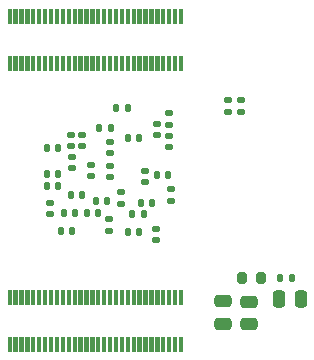
<source format=gbr>
%TF.GenerationSoftware,KiCad,Pcbnew,8.0.4-8.0.4-0~ubuntu20.04.1*%
%TF.CreationDate,2024-10-25T22:34:00+02:00*%
%TF.ProjectId,home_auto,686f6d65-5f61-4757-946f-2e6b69636164,rev?*%
%TF.SameCoordinates,Original*%
%TF.FileFunction,Paste,Bot*%
%TF.FilePolarity,Positive*%
%FSLAX46Y46*%
G04 Gerber Fmt 4.6, Leading zero omitted, Abs format (unit mm)*
G04 Created by KiCad (PCBNEW 8.0.4-8.0.4-0~ubuntu20.04.1) date 2024-10-25 22:34:00*
%MOMM*%
%LPD*%
G01*
G04 APERTURE LIST*
G04 Aperture macros list*
%AMRoundRect*
0 Rectangle with rounded corners*
0 $1 Rounding radius*
0 $2 $3 $4 $5 $6 $7 $8 $9 X,Y pos of 4 corners*
0 Add a 4 corners polygon primitive as box body*
4,1,4,$2,$3,$4,$5,$6,$7,$8,$9,$2,$3,0*
0 Add four circle primitives for the rounded corners*
1,1,$1+$1,$2,$3*
1,1,$1+$1,$4,$5*
1,1,$1+$1,$6,$7*
1,1,$1+$1,$8,$9*
0 Add four rect primitives between the rounded corners*
20,1,$1+$1,$2,$3,$4,$5,0*
20,1,$1+$1,$4,$5,$6,$7,0*
20,1,$1+$1,$6,$7,$8,$9,0*
20,1,$1+$1,$8,$9,$2,$3,0*%
G04 Aperture macros list end*
%ADD10C,0.010000*%
%ADD11RoundRect,0.140000X0.140000X0.170000X-0.140000X0.170000X-0.140000X-0.170000X0.140000X-0.170000X0*%
%ADD12RoundRect,0.250000X0.250000X0.475000X-0.250000X0.475000X-0.250000X-0.475000X0.250000X-0.475000X0*%
%ADD13RoundRect,0.140000X0.170000X-0.140000X0.170000X0.140000X-0.170000X0.140000X-0.170000X-0.140000X0*%
%ADD14RoundRect,0.140000X-0.140000X-0.170000X0.140000X-0.170000X0.140000X0.170000X-0.140000X0.170000X0*%
%ADD15RoundRect,0.135000X0.185000X-0.135000X0.185000X0.135000X-0.185000X0.135000X-0.185000X-0.135000X0*%
%ADD16RoundRect,0.135000X-0.135000X-0.185000X0.135000X-0.185000X0.135000X0.185000X-0.135000X0.185000X0*%
%ADD17RoundRect,0.140000X-0.170000X0.140000X-0.170000X-0.140000X0.170000X-0.140000X0.170000X0.140000X0*%
%ADD18RoundRect,0.250000X0.475000X-0.250000X0.475000X0.250000X-0.475000X0.250000X-0.475000X-0.250000X0*%
%ADD19RoundRect,0.135000X-0.185000X0.135000X-0.185000X-0.135000X0.185000X-0.135000X0.185000X0.135000X0*%
%ADD20RoundRect,0.200000X0.200000X0.275000X-0.200000X0.275000X-0.200000X-0.275000X0.200000X-0.275000X0*%
G04 APERTURE END LIST*
D10*
%TO.C,J1*%
X83615000Y-85425000D02*
X83335000Y-85425000D01*
X83335000Y-84225000D01*
X83615000Y-84225000D01*
X83615000Y-85425000D01*
G36*
X83615000Y-85425000D02*
G01*
X83335000Y-85425000D01*
X83335000Y-84225000D01*
X83615000Y-84225000D01*
X83615000Y-85425000D01*
G37*
X83615000Y-89425000D02*
X83335000Y-89425000D01*
X83335000Y-88225000D01*
X83615000Y-88225000D01*
X83615000Y-89425000D01*
G36*
X83615000Y-89425000D02*
G01*
X83335000Y-89425000D01*
X83335000Y-88225000D01*
X83615000Y-88225000D01*
X83615000Y-89425000D01*
G37*
X84115000Y-85425000D02*
X83835000Y-85425000D01*
X83835000Y-84225000D01*
X84115000Y-84225000D01*
X84115000Y-85425000D01*
G36*
X84115000Y-85425000D02*
G01*
X83835000Y-85425000D01*
X83835000Y-84225000D01*
X84115000Y-84225000D01*
X84115000Y-85425000D01*
G37*
X84115000Y-89425000D02*
X83835000Y-89425000D01*
X83835000Y-88225000D01*
X84115000Y-88225000D01*
X84115000Y-89425000D01*
G36*
X84115000Y-89425000D02*
G01*
X83835000Y-89425000D01*
X83835000Y-88225000D01*
X84115000Y-88225000D01*
X84115000Y-89425000D01*
G37*
X84615000Y-85425000D02*
X84335000Y-85425000D01*
X84335000Y-84225000D01*
X84615000Y-84225000D01*
X84615000Y-85425000D01*
G36*
X84615000Y-85425000D02*
G01*
X84335000Y-85425000D01*
X84335000Y-84225000D01*
X84615000Y-84225000D01*
X84615000Y-85425000D01*
G37*
X84615000Y-89425000D02*
X84335000Y-89425000D01*
X84335000Y-88225000D01*
X84615000Y-88225000D01*
X84615000Y-89425000D01*
G36*
X84615000Y-89425000D02*
G01*
X84335000Y-89425000D01*
X84335000Y-88225000D01*
X84615000Y-88225000D01*
X84615000Y-89425000D01*
G37*
X85115000Y-85425000D02*
X84835000Y-85425000D01*
X84835000Y-84225000D01*
X85115000Y-84225000D01*
X85115000Y-85425000D01*
G36*
X85115000Y-85425000D02*
G01*
X84835000Y-85425000D01*
X84835000Y-84225000D01*
X85115000Y-84225000D01*
X85115000Y-85425000D01*
G37*
X85115000Y-89425000D02*
X84835000Y-89425000D01*
X84835000Y-88225000D01*
X85115000Y-88225000D01*
X85115000Y-89425000D01*
G36*
X85115000Y-89425000D02*
G01*
X84835000Y-89425000D01*
X84835000Y-88225000D01*
X85115000Y-88225000D01*
X85115000Y-89425000D01*
G37*
X85615000Y-85425000D02*
X85335000Y-85425000D01*
X85335000Y-84225000D01*
X85615000Y-84225000D01*
X85615000Y-85425000D01*
G36*
X85615000Y-85425000D02*
G01*
X85335000Y-85425000D01*
X85335000Y-84225000D01*
X85615000Y-84225000D01*
X85615000Y-85425000D01*
G37*
X85615000Y-89425000D02*
X85335000Y-89425000D01*
X85335000Y-88225000D01*
X85615000Y-88225000D01*
X85615000Y-89425000D01*
G36*
X85615000Y-89425000D02*
G01*
X85335000Y-89425000D01*
X85335000Y-88225000D01*
X85615000Y-88225000D01*
X85615000Y-89425000D01*
G37*
X86115000Y-85425000D02*
X85835000Y-85425000D01*
X85835000Y-84225000D01*
X86115000Y-84225000D01*
X86115000Y-85425000D01*
G36*
X86115000Y-85425000D02*
G01*
X85835000Y-85425000D01*
X85835000Y-84225000D01*
X86115000Y-84225000D01*
X86115000Y-85425000D01*
G37*
X86115000Y-89425000D02*
X85835000Y-89425000D01*
X85835000Y-88225000D01*
X86115000Y-88225000D01*
X86115000Y-89425000D01*
G36*
X86115000Y-89425000D02*
G01*
X85835000Y-89425000D01*
X85835000Y-88225000D01*
X86115000Y-88225000D01*
X86115000Y-89425000D01*
G37*
X86615000Y-85425000D02*
X86335000Y-85425000D01*
X86335000Y-84225000D01*
X86615000Y-84225000D01*
X86615000Y-85425000D01*
G36*
X86615000Y-85425000D02*
G01*
X86335000Y-85425000D01*
X86335000Y-84225000D01*
X86615000Y-84225000D01*
X86615000Y-85425000D01*
G37*
X86615000Y-89425000D02*
X86335000Y-89425000D01*
X86335000Y-88225000D01*
X86615000Y-88225000D01*
X86615000Y-89425000D01*
G36*
X86615000Y-89425000D02*
G01*
X86335000Y-89425000D01*
X86335000Y-88225000D01*
X86615000Y-88225000D01*
X86615000Y-89425000D01*
G37*
X87115000Y-85425000D02*
X86835000Y-85425000D01*
X86835000Y-84225000D01*
X87115000Y-84225000D01*
X87115000Y-85425000D01*
G36*
X87115000Y-85425000D02*
G01*
X86835000Y-85425000D01*
X86835000Y-84225000D01*
X87115000Y-84225000D01*
X87115000Y-85425000D01*
G37*
X87115000Y-89425000D02*
X86835000Y-89425000D01*
X86835000Y-88225000D01*
X87115000Y-88225000D01*
X87115000Y-89425000D01*
G36*
X87115000Y-89425000D02*
G01*
X86835000Y-89425000D01*
X86835000Y-88225000D01*
X87115000Y-88225000D01*
X87115000Y-89425000D01*
G37*
X87615000Y-85425000D02*
X87335000Y-85425000D01*
X87335000Y-84225000D01*
X87615000Y-84225000D01*
X87615000Y-85425000D01*
G36*
X87615000Y-85425000D02*
G01*
X87335000Y-85425000D01*
X87335000Y-84225000D01*
X87615000Y-84225000D01*
X87615000Y-85425000D01*
G37*
X87615000Y-89425000D02*
X87335000Y-89425000D01*
X87335000Y-88225000D01*
X87615000Y-88225000D01*
X87615000Y-89425000D01*
G36*
X87615000Y-89425000D02*
G01*
X87335000Y-89425000D01*
X87335000Y-88225000D01*
X87615000Y-88225000D01*
X87615000Y-89425000D01*
G37*
X88115000Y-85425000D02*
X87835000Y-85425000D01*
X87835000Y-84225000D01*
X88115000Y-84225000D01*
X88115000Y-85425000D01*
G36*
X88115000Y-85425000D02*
G01*
X87835000Y-85425000D01*
X87835000Y-84225000D01*
X88115000Y-84225000D01*
X88115000Y-85425000D01*
G37*
X88115000Y-89425000D02*
X87835000Y-89425000D01*
X87835000Y-88225000D01*
X88115000Y-88225000D01*
X88115000Y-89425000D01*
G36*
X88115000Y-89425000D02*
G01*
X87835000Y-89425000D01*
X87835000Y-88225000D01*
X88115000Y-88225000D01*
X88115000Y-89425000D01*
G37*
X88615000Y-85425000D02*
X88335000Y-85425000D01*
X88335000Y-84225000D01*
X88615000Y-84225000D01*
X88615000Y-85425000D01*
G36*
X88615000Y-85425000D02*
G01*
X88335000Y-85425000D01*
X88335000Y-84225000D01*
X88615000Y-84225000D01*
X88615000Y-85425000D01*
G37*
X88615000Y-89425000D02*
X88335000Y-89425000D01*
X88335000Y-88225000D01*
X88615000Y-88225000D01*
X88615000Y-89425000D01*
G36*
X88615000Y-89425000D02*
G01*
X88335000Y-89425000D01*
X88335000Y-88225000D01*
X88615000Y-88225000D01*
X88615000Y-89425000D01*
G37*
X89115000Y-85425000D02*
X88835000Y-85425000D01*
X88835000Y-84225000D01*
X89115000Y-84225000D01*
X89115000Y-85425000D01*
G36*
X89115000Y-85425000D02*
G01*
X88835000Y-85425000D01*
X88835000Y-84225000D01*
X89115000Y-84225000D01*
X89115000Y-85425000D01*
G37*
X89115000Y-89425000D02*
X88835000Y-89425000D01*
X88835000Y-88225000D01*
X89115000Y-88225000D01*
X89115000Y-89425000D01*
G36*
X89115000Y-89425000D02*
G01*
X88835000Y-89425000D01*
X88835000Y-88225000D01*
X89115000Y-88225000D01*
X89115000Y-89425000D01*
G37*
X89615000Y-85425000D02*
X89335000Y-85425000D01*
X89335000Y-84225000D01*
X89615000Y-84225000D01*
X89615000Y-85425000D01*
G36*
X89615000Y-85425000D02*
G01*
X89335000Y-85425000D01*
X89335000Y-84225000D01*
X89615000Y-84225000D01*
X89615000Y-85425000D01*
G37*
X89615000Y-89425000D02*
X89335000Y-89425000D01*
X89335000Y-88225000D01*
X89615000Y-88225000D01*
X89615000Y-89425000D01*
G36*
X89615000Y-89425000D02*
G01*
X89335000Y-89425000D01*
X89335000Y-88225000D01*
X89615000Y-88225000D01*
X89615000Y-89425000D01*
G37*
X90115000Y-85425000D02*
X89835000Y-85425000D01*
X89835000Y-84225000D01*
X90115000Y-84225000D01*
X90115000Y-85425000D01*
G36*
X90115000Y-85425000D02*
G01*
X89835000Y-85425000D01*
X89835000Y-84225000D01*
X90115000Y-84225000D01*
X90115000Y-85425000D01*
G37*
X90115000Y-89425000D02*
X89835000Y-89425000D01*
X89835000Y-88225000D01*
X90115000Y-88225000D01*
X90115000Y-89425000D01*
G36*
X90115000Y-89425000D02*
G01*
X89835000Y-89425000D01*
X89835000Y-88225000D01*
X90115000Y-88225000D01*
X90115000Y-89425000D01*
G37*
X90615000Y-85425000D02*
X90335000Y-85425000D01*
X90335000Y-84225000D01*
X90615000Y-84225000D01*
X90615000Y-85425000D01*
G36*
X90615000Y-85425000D02*
G01*
X90335000Y-85425000D01*
X90335000Y-84225000D01*
X90615000Y-84225000D01*
X90615000Y-85425000D01*
G37*
X90615000Y-89425000D02*
X90335000Y-89425000D01*
X90335000Y-88225000D01*
X90615000Y-88225000D01*
X90615000Y-89425000D01*
G36*
X90615000Y-89425000D02*
G01*
X90335000Y-89425000D01*
X90335000Y-88225000D01*
X90615000Y-88225000D01*
X90615000Y-89425000D01*
G37*
X91115000Y-85425000D02*
X90835000Y-85425000D01*
X90835000Y-84225000D01*
X91115000Y-84225000D01*
X91115000Y-85425000D01*
G36*
X91115000Y-85425000D02*
G01*
X90835000Y-85425000D01*
X90835000Y-84225000D01*
X91115000Y-84225000D01*
X91115000Y-85425000D01*
G37*
X91115000Y-89425000D02*
X90835000Y-89425000D01*
X90835000Y-88225000D01*
X91115000Y-88225000D01*
X91115000Y-89425000D01*
G36*
X91115000Y-89425000D02*
G01*
X90835000Y-89425000D01*
X90835000Y-88225000D01*
X91115000Y-88225000D01*
X91115000Y-89425000D01*
G37*
X91615000Y-85425000D02*
X91335000Y-85425000D01*
X91335000Y-84225000D01*
X91615000Y-84225000D01*
X91615000Y-85425000D01*
G36*
X91615000Y-85425000D02*
G01*
X91335000Y-85425000D01*
X91335000Y-84225000D01*
X91615000Y-84225000D01*
X91615000Y-85425000D01*
G37*
X91615000Y-89425000D02*
X91335000Y-89425000D01*
X91335000Y-88225000D01*
X91615000Y-88225000D01*
X91615000Y-89425000D01*
G36*
X91615000Y-89425000D02*
G01*
X91335000Y-89425000D01*
X91335000Y-88225000D01*
X91615000Y-88225000D01*
X91615000Y-89425000D01*
G37*
X92115000Y-85425000D02*
X91835000Y-85425000D01*
X91835000Y-84225000D01*
X92115000Y-84225000D01*
X92115000Y-85425000D01*
G36*
X92115000Y-85425000D02*
G01*
X91835000Y-85425000D01*
X91835000Y-84225000D01*
X92115000Y-84225000D01*
X92115000Y-85425000D01*
G37*
X92115000Y-89425000D02*
X91835000Y-89425000D01*
X91835000Y-88225000D01*
X92115000Y-88225000D01*
X92115000Y-89425000D01*
G36*
X92115000Y-89425000D02*
G01*
X91835000Y-89425000D01*
X91835000Y-88225000D01*
X92115000Y-88225000D01*
X92115000Y-89425000D01*
G37*
X92615000Y-85425000D02*
X92335000Y-85425000D01*
X92335000Y-84225000D01*
X92615000Y-84225000D01*
X92615000Y-85425000D01*
G36*
X92615000Y-85425000D02*
G01*
X92335000Y-85425000D01*
X92335000Y-84225000D01*
X92615000Y-84225000D01*
X92615000Y-85425000D01*
G37*
X92615000Y-89425000D02*
X92335000Y-89425000D01*
X92335000Y-88225000D01*
X92615000Y-88225000D01*
X92615000Y-89425000D01*
G36*
X92615000Y-89425000D02*
G01*
X92335000Y-89425000D01*
X92335000Y-88225000D01*
X92615000Y-88225000D01*
X92615000Y-89425000D01*
G37*
X93115000Y-85425000D02*
X92835000Y-85425000D01*
X92835000Y-84225000D01*
X93115000Y-84225000D01*
X93115000Y-85425000D01*
G36*
X93115000Y-85425000D02*
G01*
X92835000Y-85425000D01*
X92835000Y-84225000D01*
X93115000Y-84225000D01*
X93115000Y-85425000D01*
G37*
X93115000Y-89425000D02*
X92835000Y-89425000D01*
X92835000Y-88225000D01*
X93115000Y-88225000D01*
X93115000Y-89425000D01*
G36*
X93115000Y-89425000D02*
G01*
X92835000Y-89425000D01*
X92835000Y-88225000D01*
X93115000Y-88225000D01*
X93115000Y-89425000D01*
G37*
X93615000Y-85425000D02*
X93335000Y-85425000D01*
X93335000Y-84225000D01*
X93615000Y-84225000D01*
X93615000Y-85425000D01*
G36*
X93615000Y-85425000D02*
G01*
X93335000Y-85425000D01*
X93335000Y-84225000D01*
X93615000Y-84225000D01*
X93615000Y-85425000D01*
G37*
X93615000Y-89425000D02*
X93335000Y-89425000D01*
X93335000Y-88225000D01*
X93615000Y-88225000D01*
X93615000Y-89425000D01*
G36*
X93615000Y-89425000D02*
G01*
X93335000Y-89425000D01*
X93335000Y-88225000D01*
X93615000Y-88225000D01*
X93615000Y-89425000D01*
G37*
X94115000Y-85425000D02*
X93835000Y-85425000D01*
X93835000Y-84225000D01*
X94115000Y-84225000D01*
X94115000Y-85425000D01*
G36*
X94115000Y-85425000D02*
G01*
X93835000Y-85425000D01*
X93835000Y-84225000D01*
X94115000Y-84225000D01*
X94115000Y-85425000D01*
G37*
X94115000Y-89425000D02*
X93835000Y-89425000D01*
X93835000Y-88225000D01*
X94115000Y-88225000D01*
X94115000Y-89425000D01*
G36*
X94115000Y-89425000D02*
G01*
X93835000Y-89425000D01*
X93835000Y-88225000D01*
X94115000Y-88225000D01*
X94115000Y-89425000D01*
G37*
X94615000Y-85425000D02*
X94335000Y-85425000D01*
X94335000Y-84225000D01*
X94615000Y-84225000D01*
X94615000Y-85425000D01*
G36*
X94615000Y-85425000D02*
G01*
X94335000Y-85425000D01*
X94335000Y-84225000D01*
X94615000Y-84225000D01*
X94615000Y-85425000D01*
G37*
X94615000Y-89425000D02*
X94335000Y-89425000D01*
X94335000Y-88225000D01*
X94615000Y-88225000D01*
X94615000Y-89425000D01*
G36*
X94615000Y-89425000D02*
G01*
X94335000Y-89425000D01*
X94335000Y-88225000D01*
X94615000Y-88225000D01*
X94615000Y-89425000D01*
G37*
X95115000Y-85425000D02*
X94835000Y-85425000D01*
X94835000Y-84225000D01*
X95115000Y-84225000D01*
X95115000Y-85425000D01*
G36*
X95115000Y-85425000D02*
G01*
X94835000Y-85425000D01*
X94835000Y-84225000D01*
X95115000Y-84225000D01*
X95115000Y-85425000D01*
G37*
X95115000Y-89425000D02*
X94835000Y-89425000D01*
X94835000Y-88225000D01*
X95115000Y-88225000D01*
X95115000Y-89425000D01*
G36*
X95115000Y-89425000D02*
G01*
X94835000Y-89425000D01*
X94835000Y-88225000D01*
X95115000Y-88225000D01*
X95115000Y-89425000D01*
G37*
X95615000Y-85425000D02*
X95335000Y-85425000D01*
X95335000Y-84225000D01*
X95615000Y-84225000D01*
X95615000Y-85425000D01*
G36*
X95615000Y-85425000D02*
G01*
X95335000Y-85425000D01*
X95335000Y-84225000D01*
X95615000Y-84225000D01*
X95615000Y-85425000D01*
G37*
X95615000Y-89425000D02*
X95335000Y-89425000D01*
X95335000Y-88225000D01*
X95615000Y-88225000D01*
X95615000Y-89425000D01*
G36*
X95615000Y-89425000D02*
G01*
X95335000Y-89425000D01*
X95335000Y-88225000D01*
X95615000Y-88225000D01*
X95615000Y-89425000D01*
G37*
X96115000Y-85425000D02*
X95835000Y-85425000D01*
X95835000Y-84225000D01*
X96115000Y-84225000D01*
X96115000Y-85425000D01*
G36*
X96115000Y-85425000D02*
G01*
X95835000Y-85425000D01*
X95835000Y-84225000D01*
X96115000Y-84225000D01*
X96115000Y-85425000D01*
G37*
X96115000Y-89425000D02*
X95835000Y-89425000D01*
X95835000Y-88225000D01*
X96115000Y-88225000D01*
X96115000Y-89425000D01*
G36*
X96115000Y-89425000D02*
G01*
X95835000Y-89425000D01*
X95835000Y-88225000D01*
X96115000Y-88225000D01*
X96115000Y-89425000D01*
G37*
X96615000Y-85425000D02*
X96335000Y-85425000D01*
X96335000Y-84225000D01*
X96615000Y-84225000D01*
X96615000Y-85425000D01*
G36*
X96615000Y-85425000D02*
G01*
X96335000Y-85425000D01*
X96335000Y-84225000D01*
X96615000Y-84225000D01*
X96615000Y-85425000D01*
G37*
X96615000Y-89425000D02*
X96335000Y-89425000D01*
X96335000Y-88225000D01*
X96615000Y-88225000D01*
X96615000Y-89425000D01*
G36*
X96615000Y-89425000D02*
G01*
X96335000Y-89425000D01*
X96335000Y-88225000D01*
X96615000Y-88225000D01*
X96615000Y-89425000D01*
G37*
X97115000Y-85425000D02*
X96835000Y-85425000D01*
X96835000Y-84225000D01*
X97115000Y-84225000D01*
X97115000Y-85425000D01*
G36*
X97115000Y-85425000D02*
G01*
X96835000Y-85425000D01*
X96835000Y-84225000D01*
X97115000Y-84225000D01*
X97115000Y-85425000D01*
G37*
X97115000Y-89425000D02*
X96835000Y-89425000D01*
X96835000Y-88225000D01*
X97115000Y-88225000D01*
X97115000Y-89425000D01*
G36*
X97115000Y-89425000D02*
G01*
X96835000Y-89425000D01*
X96835000Y-88225000D01*
X97115000Y-88225000D01*
X97115000Y-89425000D01*
G37*
X97615000Y-85425000D02*
X97335000Y-85425000D01*
X97335000Y-84225000D01*
X97615000Y-84225000D01*
X97615000Y-85425000D01*
G36*
X97615000Y-85425000D02*
G01*
X97335000Y-85425000D01*
X97335000Y-84225000D01*
X97615000Y-84225000D01*
X97615000Y-85425000D01*
G37*
X97615000Y-89425000D02*
X97335000Y-89425000D01*
X97335000Y-88225000D01*
X97615000Y-88225000D01*
X97615000Y-89425000D01*
G36*
X97615000Y-89425000D02*
G01*
X97335000Y-89425000D01*
X97335000Y-88225000D01*
X97615000Y-88225000D01*
X97615000Y-89425000D01*
G37*
X98115000Y-85425000D02*
X97835000Y-85425000D01*
X97835000Y-84225000D01*
X98115000Y-84225000D01*
X98115000Y-85425000D01*
G36*
X98115000Y-85425000D02*
G01*
X97835000Y-85425000D01*
X97835000Y-84225000D01*
X98115000Y-84225000D01*
X98115000Y-85425000D01*
G37*
X98115000Y-89425000D02*
X97835000Y-89425000D01*
X97835000Y-88225000D01*
X98115000Y-88225000D01*
X98115000Y-89425000D01*
G36*
X98115000Y-89425000D02*
G01*
X97835000Y-89425000D01*
X97835000Y-88225000D01*
X98115000Y-88225000D01*
X98115000Y-89425000D01*
G37*
%TO.C,J2*%
X83615000Y-109225000D02*
X83335000Y-109225000D01*
X83335000Y-108025000D01*
X83615000Y-108025000D01*
X83615000Y-109225000D01*
G36*
X83615000Y-109225000D02*
G01*
X83335000Y-109225000D01*
X83335000Y-108025000D01*
X83615000Y-108025000D01*
X83615000Y-109225000D01*
G37*
X83615000Y-113225000D02*
X83335000Y-113225000D01*
X83335000Y-112025000D01*
X83615000Y-112025000D01*
X83615000Y-113225000D01*
G36*
X83615000Y-113225000D02*
G01*
X83335000Y-113225000D01*
X83335000Y-112025000D01*
X83615000Y-112025000D01*
X83615000Y-113225000D01*
G37*
X84115000Y-109225000D02*
X83835000Y-109225000D01*
X83835000Y-108025000D01*
X84115000Y-108025000D01*
X84115000Y-109225000D01*
G36*
X84115000Y-109225000D02*
G01*
X83835000Y-109225000D01*
X83835000Y-108025000D01*
X84115000Y-108025000D01*
X84115000Y-109225000D01*
G37*
X84115000Y-113225000D02*
X83835000Y-113225000D01*
X83835000Y-112025000D01*
X84115000Y-112025000D01*
X84115000Y-113225000D01*
G36*
X84115000Y-113225000D02*
G01*
X83835000Y-113225000D01*
X83835000Y-112025000D01*
X84115000Y-112025000D01*
X84115000Y-113225000D01*
G37*
X84615000Y-109225000D02*
X84335000Y-109225000D01*
X84335000Y-108025000D01*
X84615000Y-108025000D01*
X84615000Y-109225000D01*
G36*
X84615000Y-109225000D02*
G01*
X84335000Y-109225000D01*
X84335000Y-108025000D01*
X84615000Y-108025000D01*
X84615000Y-109225000D01*
G37*
X84615000Y-113225000D02*
X84335000Y-113225000D01*
X84335000Y-112025000D01*
X84615000Y-112025000D01*
X84615000Y-113225000D01*
G36*
X84615000Y-113225000D02*
G01*
X84335000Y-113225000D01*
X84335000Y-112025000D01*
X84615000Y-112025000D01*
X84615000Y-113225000D01*
G37*
X85115000Y-109225000D02*
X84835000Y-109225000D01*
X84835000Y-108025000D01*
X85115000Y-108025000D01*
X85115000Y-109225000D01*
G36*
X85115000Y-109225000D02*
G01*
X84835000Y-109225000D01*
X84835000Y-108025000D01*
X85115000Y-108025000D01*
X85115000Y-109225000D01*
G37*
X85115000Y-113225000D02*
X84835000Y-113225000D01*
X84835000Y-112025000D01*
X85115000Y-112025000D01*
X85115000Y-113225000D01*
G36*
X85115000Y-113225000D02*
G01*
X84835000Y-113225000D01*
X84835000Y-112025000D01*
X85115000Y-112025000D01*
X85115000Y-113225000D01*
G37*
X85615000Y-109225000D02*
X85335000Y-109225000D01*
X85335000Y-108025000D01*
X85615000Y-108025000D01*
X85615000Y-109225000D01*
G36*
X85615000Y-109225000D02*
G01*
X85335000Y-109225000D01*
X85335000Y-108025000D01*
X85615000Y-108025000D01*
X85615000Y-109225000D01*
G37*
X85615000Y-113225000D02*
X85335000Y-113225000D01*
X85335000Y-112025000D01*
X85615000Y-112025000D01*
X85615000Y-113225000D01*
G36*
X85615000Y-113225000D02*
G01*
X85335000Y-113225000D01*
X85335000Y-112025000D01*
X85615000Y-112025000D01*
X85615000Y-113225000D01*
G37*
X86115000Y-109225000D02*
X85835000Y-109225000D01*
X85835000Y-108025000D01*
X86115000Y-108025000D01*
X86115000Y-109225000D01*
G36*
X86115000Y-109225000D02*
G01*
X85835000Y-109225000D01*
X85835000Y-108025000D01*
X86115000Y-108025000D01*
X86115000Y-109225000D01*
G37*
X86115000Y-113225000D02*
X85835000Y-113225000D01*
X85835000Y-112025000D01*
X86115000Y-112025000D01*
X86115000Y-113225000D01*
G36*
X86115000Y-113225000D02*
G01*
X85835000Y-113225000D01*
X85835000Y-112025000D01*
X86115000Y-112025000D01*
X86115000Y-113225000D01*
G37*
X86615000Y-109225000D02*
X86335000Y-109225000D01*
X86335000Y-108025000D01*
X86615000Y-108025000D01*
X86615000Y-109225000D01*
G36*
X86615000Y-109225000D02*
G01*
X86335000Y-109225000D01*
X86335000Y-108025000D01*
X86615000Y-108025000D01*
X86615000Y-109225000D01*
G37*
X86615000Y-113225000D02*
X86335000Y-113225000D01*
X86335000Y-112025000D01*
X86615000Y-112025000D01*
X86615000Y-113225000D01*
G36*
X86615000Y-113225000D02*
G01*
X86335000Y-113225000D01*
X86335000Y-112025000D01*
X86615000Y-112025000D01*
X86615000Y-113225000D01*
G37*
X87115000Y-109225000D02*
X86835000Y-109225000D01*
X86835000Y-108025000D01*
X87115000Y-108025000D01*
X87115000Y-109225000D01*
G36*
X87115000Y-109225000D02*
G01*
X86835000Y-109225000D01*
X86835000Y-108025000D01*
X87115000Y-108025000D01*
X87115000Y-109225000D01*
G37*
X87115000Y-113225000D02*
X86835000Y-113225000D01*
X86835000Y-112025000D01*
X87115000Y-112025000D01*
X87115000Y-113225000D01*
G36*
X87115000Y-113225000D02*
G01*
X86835000Y-113225000D01*
X86835000Y-112025000D01*
X87115000Y-112025000D01*
X87115000Y-113225000D01*
G37*
X87615000Y-109225000D02*
X87335000Y-109225000D01*
X87335000Y-108025000D01*
X87615000Y-108025000D01*
X87615000Y-109225000D01*
G36*
X87615000Y-109225000D02*
G01*
X87335000Y-109225000D01*
X87335000Y-108025000D01*
X87615000Y-108025000D01*
X87615000Y-109225000D01*
G37*
X87615000Y-113225000D02*
X87335000Y-113225000D01*
X87335000Y-112025000D01*
X87615000Y-112025000D01*
X87615000Y-113225000D01*
G36*
X87615000Y-113225000D02*
G01*
X87335000Y-113225000D01*
X87335000Y-112025000D01*
X87615000Y-112025000D01*
X87615000Y-113225000D01*
G37*
X88115000Y-109225000D02*
X87835000Y-109225000D01*
X87835000Y-108025000D01*
X88115000Y-108025000D01*
X88115000Y-109225000D01*
G36*
X88115000Y-109225000D02*
G01*
X87835000Y-109225000D01*
X87835000Y-108025000D01*
X88115000Y-108025000D01*
X88115000Y-109225000D01*
G37*
X88115000Y-113225000D02*
X87835000Y-113225000D01*
X87835000Y-112025000D01*
X88115000Y-112025000D01*
X88115000Y-113225000D01*
G36*
X88115000Y-113225000D02*
G01*
X87835000Y-113225000D01*
X87835000Y-112025000D01*
X88115000Y-112025000D01*
X88115000Y-113225000D01*
G37*
X88615000Y-109225000D02*
X88335000Y-109225000D01*
X88335000Y-108025000D01*
X88615000Y-108025000D01*
X88615000Y-109225000D01*
G36*
X88615000Y-109225000D02*
G01*
X88335000Y-109225000D01*
X88335000Y-108025000D01*
X88615000Y-108025000D01*
X88615000Y-109225000D01*
G37*
X88615000Y-113225000D02*
X88335000Y-113225000D01*
X88335000Y-112025000D01*
X88615000Y-112025000D01*
X88615000Y-113225000D01*
G36*
X88615000Y-113225000D02*
G01*
X88335000Y-113225000D01*
X88335000Y-112025000D01*
X88615000Y-112025000D01*
X88615000Y-113225000D01*
G37*
X89115000Y-109225000D02*
X88835000Y-109225000D01*
X88835000Y-108025000D01*
X89115000Y-108025000D01*
X89115000Y-109225000D01*
G36*
X89115000Y-109225000D02*
G01*
X88835000Y-109225000D01*
X88835000Y-108025000D01*
X89115000Y-108025000D01*
X89115000Y-109225000D01*
G37*
X89115000Y-113225000D02*
X88835000Y-113225000D01*
X88835000Y-112025000D01*
X89115000Y-112025000D01*
X89115000Y-113225000D01*
G36*
X89115000Y-113225000D02*
G01*
X88835000Y-113225000D01*
X88835000Y-112025000D01*
X89115000Y-112025000D01*
X89115000Y-113225000D01*
G37*
X89615000Y-109225000D02*
X89335000Y-109225000D01*
X89335000Y-108025000D01*
X89615000Y-108025000D01*
X89615000Y-109225000D01*
G36*
X89615000Y-109225000D02*
G01*
X89335000Y-109225000D01*
X89335000Y-108025000D01*
X89615000Y-108025000D01*
X89615000Y-109225000D01*
G37*
X89615000Y-113225000D02*
X89335000Y-113225000D01*
X89335000Y-112025000D01*
X89615000Y-112025000D01*
X89615000Y-113225000D01*
G36*
X89615000Y-113225000D02*
G01*
X89335000Y-113225000D01*
X89335000Y-112025000D01*
X89615000Y-112025000D01*
X89615000Y-113225000D01*
G37*
X90115000Y-109225000D02*
X89835000Y-109225000D01*
X89835000Y-108025000D01*
X90115000Y-108025000D01*
X90115000Y-109225000D01*
G36*
X90115000Y-109225000D02*
G01*
X89835000Y-109225000D01*
X89835000Y-108025000D01*
X90115000Y-108025000D01*
X90115000Y-109225000D01*
G37*
X90115000Y-113225000D02*
X89835000Y-113225000D01*
X89835000Y-112025000D01*
X90115000Y-112025000D01*
X90115000Y-113225000D01*
G36*
X90115000Y-113225000D02*
G01*
X89835000Y-113225000D01*
X89835000Y-112025000D01*
X90115000Y-112025000D01*
X90115000Y-113225000D01*
G37*
X90615000Y-109225000D02*
X90335000Y-109225000D01*
X90335000Y-108025000D01*
X90615000Y-108025000D01*
X90615000Y-109225000D01*
G36*
X90615000Y-109225000D02*
G01*
X90335000Y-109225000D01*
X90335000Y-108025000D01*
X90615000Y-108025000D01*
X90615000Y-109225000D01*
G37*
X90615000Y-113225000D02*
X90335000Y-113225000D01*
X90335000Y-112025000D01*
X90615000Y-112025000D01*
X90615000Y-113225000D01*
G36*
X90615000Y-113225000D02*
G01*
X90335000Y-113225000D01*
X90335000Y-112025000D01*
X90615000Y-112025000D01*
X90615000Y-113225000D01*
G37*
X91115000Y-109225000D02*
X90835000Y-109225000D01*
X90835000Y-108025000D01*
X91115000Y-108025000D01*
X91115000Y-109225000D01*
G36*
X91115000Y-109225000D02*
G01*
X90835000Y-109225000D01*
X90835000Y-108025000D01*
X91115000Y-108025000D01*
X91115000Y-109225000D01*
G37*
X91115000Y-113225000D02*
X90835000Y-113225000D01*
X90835000Y-112025000D01*
X91115000Y-112025000D01*
X91115000Y-113225000D01*
G36*
X91115000Y-113225000D02*
G01*
X90835000Y-113225000D01*
X90835000Y-112025000D01*
X91115000Y-112025000D01*
X91115000Y-113225000D01*
G37*
X91615000Y-109225000D02*
X91335000Y-109225000D01*
X91335000Y-108025000D01*
X91615000Y-108025000D01*
X91615000Y-109225000D01*
G36*
X91615000Y-109225000D02*
G01*
X91335000Y-109225000D01*
X91335000Y-108025000D01*
X91615000Y-108025000D01*
X91615000Y-109225000D01*
G37*
X91615000Y-113225000D02*
X91335000Y-113225000D01*
X91335000Y-112025000D01*
X91615000Y-112025000D01*
X91615000Y-113225000D01*
G36*
X91615000Y-113225000D02*
G01*
X91335000Y-113225000D01*
X91335000Y-112025000D01*
X91615000Y-112025000D01*
X91615000Y-113225000D01*
G37*
X92115000Y-109225000D02*
X91835000Y-109225000D01*
X91835000Y-108025000D01*
X92115000Y-108025000D01*
X92115000Y-109225000D01*
G36*
X92115000Y-109225000D02*
G01*
X91835000Y-109225000D01*
X91835000Y-108025000D01*
X92115000Y-108025000D01*
X92115000Y-109225000D01*
G37*
X92115000Y-113225000D02*
X91835000Y-113225000D01*
X91835000Y-112025000D01*
X92115000Y-112025000D01*
X92115000Y-113225000D01*
G36*
X92115000Y-113225000D02*
G01*
X91835000Y-113225000D01*
X91835000Y-112025000D01*
X92115000Y-112025000D01*
X92115000Y-113225000D01*
G37*
X92615000Y-109225000D02*
X92335000Y-109225000D01*
X92335000Y-108025000D01*
X92615000Y-108025000D01*
X92615000Y-109225000D01*
G36*
X92615000Y-109225000D02*
G01*
X92335000Y-109225000D01*
X92335000Y-108025000D01*
X92615000Y-108025000D01*
X92615000Y-109225000D01*
G37*
X92615000Y-113225000D02*
X92335000Y-113225000D01*
X92335000Y-112025000D01*
X92615000Y-112025000D01*
X92615000Y-113225000D01*
G36*
X92615000Y-113225000D02*
G01*
X92335000Y-113225000D01*
X92335000Y-112025000D01*
X92615000Y-112025000D01*
X92615000Y-113225000D01*
G37*
X93115000Y-109225000D02*
X92835000Y-109225000D01*
X92835000Y-108025000D01*
X93115000Y-108025000D01*
X93115000Y-109225000D01*
G36*
X93115000Y-109225000D02*
G01*
X92835000Y-109225000D01*
X92835000Y-108025000D01*
X93115000Y-108025000D01*
X93115000Y-109225000D01*
G37*
X93115000Y-113225000D02*
X92835000Y-113225000D01*
X92835000Y-112025000D01*
X93115000Y-112025000D01*
X93115000Y-113225000D01*
G36*
X93115000Y-113225000D02*
G01*
X92835000Y-113225000D01*
X92835000Y-112025000D01*
X93115000Y-112025000D01*
X93115000Y-113225000D01*
G37*
X93615000Y-109225000D02*
X93335000Y-109225000D01*
X93335000Y-108025000D01*
X93615000Y-108025000D01*
X93615000Y-109225000D01*
G36*
X93615000Y-109225000D02*
G01*
X93335000Y-109225000D01*
X93335000Y-108025000D01*
X93615000Y-108025000D01*
X93615000Y-109225000D01*
G37*
X93615000Y-113225000D02*
X93335000Y-113225000D01*
X93335000Y-112025000D01*
X93615000Y-112025000D01*
X93615000Y-113225000D01*
G36*
X93615000Y-113225000D02*
G01*
X93335000Y-113225000D01*
X93335000Y-112025000D01*
X93615000Y-112025000D01*
X93615000Y-113225000D01*
G37*
X94115000Y-109225000D02*
X93835000Y-109225000D01*
X93835000Y-108025000D01*
X94115000Y-108025000D01*
X94115000Y-109225000D01*
G36*
X94115000Y-109225000D02*
G01*
X93835000Y-109225000D01*
X93835000Y-108025000D01*
X94115000Y-108025000D01*
X94115000Y-109225000D01*
G37*
X94115000Y-113225000D02*
X93835000Y-113225000D01*
X93835000Y-112025000D01*
X94115000Y-112025000D01*
X94115000Y-113225000D01*
G36*
X94115000Y-113225000D02*
G01*
X93835000Y-113225000D01*
X93835000Y-112025000D01*
X94115000Y-112025000D01*
X94115000Y-113225000D01*
G37*
X94615000Y-109225000D02*
X94335000Y-109225000D01*
X94335000Y-108025000D01*
X94615000Y-108025000D01*
X94615000Y-109225000D01*
G36*
X94615000Y-109225000D02*
G01*
X94335000Y-109225000D01*
X94335000Y-108025000D01*
X94615000Y-108025000D01*
X94615000Y-109225000D01*
G37*
X94615000Y-113225000D02*
X94335000Y-113225000D01*
X94335000Y-112025000D01*
X94615000Y-112025000D01*
X94615000Y-113225000D01*
G36*
X94615000Y-113225000D02*
G01*
X94335000Y-113225000D01*
X94335000Y-112025000D01*
X94615000Y-112025000D01*
X94615000Y-113225000D01*
G37*
X95115000Y-109225000D02*
X94835000Y-109225000D01*
X94835000Y-108025000D01*
X95115000Y-108025000D01*
X95115000Y-109225000D01*
G36*
X95115000Y-109225000D02*
G01*
X94835000Y-109225000D01*
X94835000Y-108025000D01*
X95115000Y-108025000D01*
X95115000Y-109225000D01*
G37*
X95115000Y-113225000D02*
X94835000Y-113225000D01*
X94835000Y-112025000D01*
X95115000Y-112025000D01*
X95115000Y-113225000D01*
G36*
X95115000Y-113225000D02*
G01*
X94835000Y-113225000D01*
X94835000Y-112025000D01*
X95115000Y-112025000D01*
X95115000Y-113225000D01*
G37*
X95615000Y-109225000D02*
X95335000Y-109225000D01*
X95335000Y-108025000D01*
X95615000Y-108025000D01*
X95615000Y-109225000D01*
G36*
X95615000Y-109225000D02*
G01*
X95335000Y-109225000D01*
X95335000Y-108025000D01*
X95615000Y-108025000D01*
X95615000Y-109225000D01*
G37*
X95615000Y-113225000D02*
X95335000Y-113225000D01*
X95335000Y-112025000D01*
X95615000Y-112025000D01*
X95615000Y-113225000D01*
G36*
X95615000Y-113225000D02*
G01*
X95335000Y-113225000D01*
X95335000Y-112025000D01*
X95615000Y-112025000D01*
X95615000Y-113225000D01*
G37*
X96115000Y-109225000D02*
X95835000Y-109225000D01*
X95835000Y-108025000D01*
X96115000Y-108025000D01*
X96115000Y-109225000D01*
G36*
X96115000Y-109225000D02*
G01*
X95835000Y-109225000D01*
X95835000Y-108025000D01*
X96115000Y-108025000D01*
X96115000Y-109225000D01*
G37*
X96115000Y-113225000D02*
X95835000Y-113225000D01*
X95835000Y-112025000D01*
X96115000Y-112025000D01*
X96115000Y-113225000D01*
G36*
X96115000Y-113225000D02*
G01*
X95835000Y-113225000D01*
X95835000Y-112025000D01*
X96115000Y-112025000D01*
X96115000Y-113225000D01*
G37*
X96615000Y-109225000D02*
X96335000Y-109225000D01*
X96335000Y-108025000D01*
X96615000Y-108025000D01*
X96615000Y-109225000D01*
G36*
X96615000Y-109225000D02*
G01*
X96335000Y-109225000D01*
X96335000Y-108025000D01*
X96615000Y-108025000D01*
X96615000Y-109225000D01*
G37*
X96615000Y-113225000D02*
X96335000Y-113225000D01*
X96335000Y-112025000D01*
X96615000Y-112025000D01*
X96615000Y-113225000D01*
G36*
X96615000Y-113225000D02*
G01*
X96335000Y-113225000D01*
X96335000Y-112025000D01*
X96615000Y-112025000D01*
X96615000Y-113225000D01*
G37*
X97115000Y-109225000D02*
X96835000Y-109225000D01*
X96835000Y-108025000D01*
X97115000Y-108025000D01*
X97115000Y-109225000D01*
G36*
X97115000Y-109225000D02*
G01*
X96835000Y-109225000D01*
X96835000Y-108025000D01*
X97115000Y-108025000D01*
X97115000Y-109225000D01*
G37*
X97115000Y-113225000D02*
X96835000Y-113225000D01*
X96835000Y-112025000D01*
X97115000Y-112025000D01*
X97115000Y-113225000D01*
G36*
X97115000Y-113225000D02*
G01*
X96835000Y-113225000D01*
X96835000Y-112025000D01*
X97115000Y-112025000D01*
X97115000Y-113225000D01*
G37*
X97615000Y-109225000D02*
X97335000Y-109225000D01*
X97335000Y-108025000D01*
X97615000Y-108025000D01*
X97615000Y-109225000D01*
G36*
X97615000Y-109225000D02*
G01*
X97335000Y-109225000D01*
X97335000Y-108025000D01*
X97615000Y-108025000D01*
X97615000Y-109225000D01*
G37*
X97615000Y-113225000D02*
X97335000Y-113225000D01*
X97335000Y-112025000D01*
X97615000Y-112025000D01*
X97615000Y-113225000D01*
G36*
X97615000Y-113225000D02*
G01*
X97335000Y-113225000D01*
X97335000Y-112025000D01*
X97615000Y-112025000D01*
X97615000Y-113225000D01*
G37*
X98115000Y-109225000D02*
X97835000Y-109225000D01*
X97835000Y-108025000D01*
X98115000Y-108025000D01*
X98115000Y-109225000D01*
G36*
X98115000Y-109225000D02*
G01*
X97835000Y-109225000D01*
X97835000Y-108025000D01*
X98115000Y-108025000D01*
X98115000Y-109225000D01*
G37*
X98115000Y-113225000D02*
X97835000Y-113225000D01*
X97835000Y-112025000D01*
X98115000Y-112025000D01*
X98115000Y-113225000D01*
G36*
X98115000Y-113225000D02*
G01*
X97835000Y-113225000D01*
X97835000Y-112025000D01*
X98115000Y-112025000D01*
X98115000Y-113225000D01*
G37*
%TD*%
D11*
%TO.C,C22*%
X95590000Y-100630000D03*
X94630000Y-100630000D03*
%TD*%
D12*
%TO.C,C1*%
X108200000Y-108810000D03*
X106300000Y-108810000D03*
%TD*%
D11*
%TO.C,C30*%
X89670000Y-99980000D03*
X88710000Y-99980000D03*
%TD*%
D13*
%TO.C,C41*%
X96970000Y-95930000D03*
X96970000Y-94970000D03*
%TD*%
D14*
%TO.C,C21*%
X86640000Y-99250000D03*
X87600000Y-99250000D03*
%TD*%
D15*
%TO.C,R186*%
X97170000Y-100480000D03*
X97170000Y-99460000D03*
%TD*%
D13*
%TO.C,C52*%
X91980000Y-98450000D03*
X91980000Y-97490000D03*
%TD*%
%TO.C,C53*%
X92960000Y-100720000D03*
X92960000Y-99760000D03*
%TD*%
D14*
%TO.C,C55*%
X95970000Y-98290000D03*
X96930000Y-98290000D03*
%TD*%
D16*
%TO.C,R185*%
X92500000Y-92580000D03*
X93520000Y-92580000D03*
%TD*%
D11*
%TO.C,C4*%
X107380000Y-107050000D03*
X106420000Y-107050000D03*
%TD*%
%TO.C,C18*%
X90990000Y-101530000D03*
X90030000Y-101530000D03*
%TD*%
D17*
%TO.C,C40*%
X88690000Y-94870000D03*
X88690000Y-95830000D03*
%TD*%
D11*
%TO.C,C19*%
X88780000Y-103040000D03*
X87820000Y-103040000D03*
%TD*%
D14*
%TO.C,C37*%
X93500000Y-95180000D03*
X94460000Y-95180000D03*
%TD*%
D11*
%TO.C,C47*%
X89040000Y-101520000D03*
X88080000Y-101520000D03*
%TD*%
D17*
%TO.C,C45*%
X90410000Y-97420000D03*
X90410000Y-98380000D03*
%TD*%
D11*
%TO.C,C20*%
X94860000Y-101620000D03*
X93900000Y-101620000D03*
%TD*%
D14*
%TO.C,C49*%
X86660000Y-98250000D03*
X87620000Y-98250000D03*
%TD*%
D18*
%TO.C,C7*%
X103775000Y-110925000D03*
X103775000Y-109025000D03*
%TD*%
D14*
%TO.C,C32*%
X90820000Y-100530000D03*
X91780000Y-100530000D03*
%TD*%
D17*
%TO.C,C31*%
X94960000Y-97920000D03*
X94960000Y-98880000D03*
%TD*%
D19*
%TO.C,R187*%
X102020000Y-91920000D03*
X102020000Y-92940000D03*
%TD*%
D17*
%TO.C,C34*%
X95940000Y-102840000D03*
X95940000Y-103800000D03*
%TD*%
%TO.C,C50*%
X95950000Y-93970000D03*
X95950000Y-94930000D03*
%TD*%
D20*
%TO.C,R1*%
X104795000Y-107050000D03*
X103145000Y-107050000D03*
%TD*%
D17*
%TO.C,C33*%
X88830000Y-96750000D03*
X88830000Y-97710000D03*
%TD*%
D19*
%TO.C,R184*%
X96990000Y-93010000D03*
X96990000Y-94030000D03*
%TD*%
D14*
%TO.C,C43*%
X86660000Y-96000000D03*
X87620000Y-96000000D03*
%TD*%
D13*
%TO.C,C58*%
X91950000Y-103020000D03*
X91950000Y-102060000D03*
%TD*%
D14*
%TO.C,C38*%
X91110000Y-94350000D03*
X92070000Y-94350000D03*
%TD*%
%TO.C,C59*%
X93510000Y-103100000D03*
X94470000Y-103100000D03*
%TD*%
D19*
%TO.C,R188*%
X103110000Y-91920000D03*
X103110000Y-92940000D03*
%TD*%
D18*
%TO.C,C6*%
X101600000Y-110900000D03*
X101600000Y-109000000D03*
%TD*%
D13*
%TO.C,C48*%
X86970000Y-101590000D03*
X86970000Y-100630000D03*
%TD*%
%TO.C,C46*%
X92000000Y-96420000D03*
X92000000Y-95460000D03*
%TD*%
%TO.C,C35*%
X89660000Y-95830000D03*
X89660000Y-94870000D03*
%TD*%
M02*

</source>
